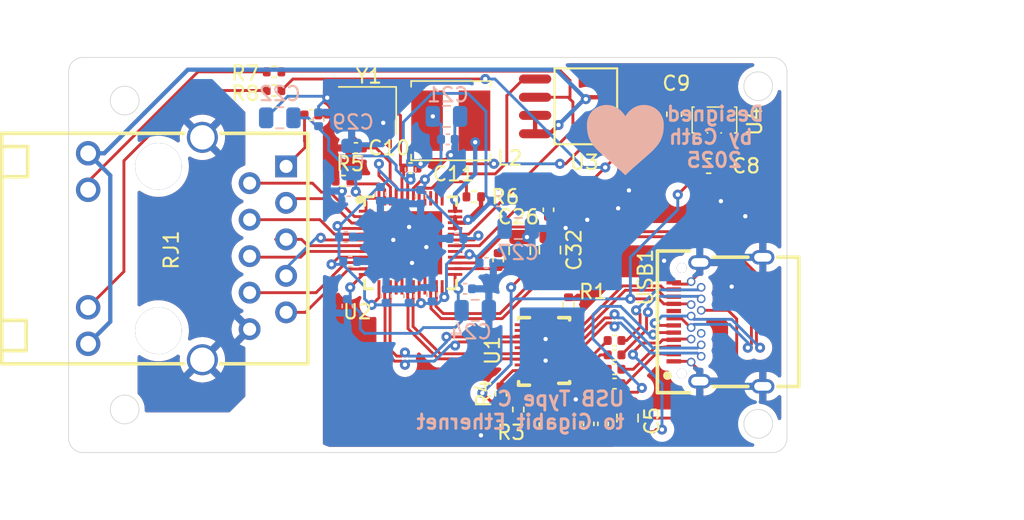
<source format=kicad_pcb>
(kicad_pcb (version 20240108) (generator "pcbnew") (generator_version "8.0")
  (layers (0 "F.Cu" signal) (1 "In1.Cu" power) (2 "In2.Cu" power) (31 "B.Cu" signal) (34 "B.Paste" user) (35 "F.Paste" user) (36 "B.SilkS" user "B.Silkscreen") (37 "F.SilkS" user "F.Silkscreen") (38 "B.Mask" user) (39 "F.Mask" user) (44 "Edge.Cuts" user))
  (net 0 "")
  (net 1 "/USB Circuit /SSTX1-")
  (net 2 "TX1-")
  (net 3 "/USB Circuit /SSTX1+")
  (net 4 "TX1+")
  (net 5 "/USB Circuit /SSTX2-")
  (net 6 "TX2-")
  (net 7 "/USB Circuit /SSTX2+")
  (net 8 "TX2+")
  (net 9 "VDD5")
  (net 10 "GND")
  (net 11 "Net-(U2-CKXTAL2)")
  (net 12 "Net-(U2-CKXTAL1)")
  (net 13 "AVDD10_1")
  (net 14 "AVDD33_1")
  (net 15 "Net-(U2-DVDD10_UPS)")
  (net 16 "RX2+")
  (net 17 "D-")
  (net 18 "CC2")
  (net 19 "RX2-")
  (net 20 "RX1-")
  (net 21 "D+")
  (net 22 "CC1")
  (net 23 "RX1+")
  (net 24 "MDIP3")
  (net 25 "MDIN0")
  (net 26 "MDIP2")
  (net 27 "MDIN1")
  (net 28 "MDIN2")
  (net 29 "MDIP0")
  (net 30 "MDIN3")
  (net 31 "MDIP1")
  (net 32 "REGOUT")
  (net 33 "Net-(U1-REXT)")
  (net 34 "Net-(U1-CurrentSettingin<0>)")
  (net 35 "Net-(U1-CurrentSettingin<1>)")
  (net 36 "Net-(U2-RSET)")
  (net 37 "XTAL DET")
  (net 39 "RX-")
  (net 44 "TX-")
  (net 47 "RX+")
  (net 48 "TX+")
  (net 51 "MISO")
  (net 52 "MOSI")
  (net 54 "+3.3V_2")
  (net 56 "Net-(C37-Pad1)")
  (net 57 "CLK{slash}LED1")
  (net 58 "Net-(R7-Pad2)")
  (net 59 "CS{slash}LED0")
  (net 60 "Net-(R8-Pad1)")
  (net 62 "ETH_Shield")
  (footprint "Resistor_SMD:R_0402_1005Metric" (layer "F.Cu") (at 189.9 115.3 90)
    (property "Reference" "R1")
    (property "Value" "124k")
  )
  (footprint "Resistor_SMD:R_0402_1005Metric" (layer "F.Cu") (at 169.4 100.4)
    (property "Reference" "R8")
    (property "Value" "250R")
  )
  (footprint "Resistor_SMD:R_0402_1005Metric" (layer "F.Cu") (at 186.4 122.6 90)
    (property "Reference" "R3")
    (property "Value" "10K")
  )
  (footprint "Capacitor_SMD:C_0402_1005Metric" (layer "F.Cu") (at 193.1 117.8)
    (property "Reference" "C4" (hide yes))
    (property "Value" "100nF")
  )
  (footprint "Capacitor_SMD:C_0603_1608Metric" (layer "F.Cu") (at 199.65 105.65)
    (property "Reference" "C8")
    (property "Value" "1uF")
  )
  (footprint "da:SOIC-8_L5.3-W5.3-P1.27-LS8.0-BL" (layer "F.Cu") (at 191.1 101.5 90)
    (property "Reference" "U3")
    (property "Value" "W25Q16BVSSIG")
  )
  (footprint "Capacitor_SMD:C_0805_2012Metric" (layer "F.Cu") (at 186.5 111.55 90)
    (property "Reference" "C26")
    (property "Value" "4.7u")
  )
  (footprint "Capacitor_SMD:C_0402_1005Metric" (layer "F.Cu") (at 178.9 105.8)
    (property "Reference" "C11")
    (property "Value" "18pF")
  )
  (footprint "Capacitor_SMD:C_0402_1005Metric" (layer "F.Cu") (at 192.3 123.6 90)
    (property "Reference" "C7" (hide yes))
    (property "Value" "100nF")
  )
  (footprint "Inductor_SMD:L_Cenker_CKCS5040" (layer "F.Cu") (at 181.7 102.5 180)
    (property "Reference" "L2")
    (property "Value" "2.2uH")
  )
  (footprint "Capacitor_SMD:C_0402_1005Metric" (layer "F.Cu") (at 191.3 123.6 90)
    (property "Reference" "C6" (hide yes))
    (property "Value" "100nF")
  )
  (footprint "Resistor_SMD:R_0402_1005Metric" (layer "F.Cu") (at 169.4 99.1 180)
    (property "Reference" "R7")
    (property "Value" "250R")
  )
  (footprint "Capacitor_SMD:C_0402_1005Metric" (layer "F.Cu") (at 188.5 108.7 90)
    (property "Reference" "C33" (hide yes))
    (property "Value" "100nF")
  )
  (footprint "Capacitor_SMD:C_0402_1005Metric" (layer "F.Cu") (at 185 112.2 90)
    (property "Reference" "C28" (hide yes))
    (property "Value" "100nF")
  )
  (footprint "Crystal:Crystal_SMD_3225-4Pin_3.2x2.5mm" (layer "F.Cu") (at 175.9 101.8 180)
    (property "Reference" "Y1")
    (property "Value" "25Mhz")
  )
  (footprint "Capacitor_SMD:C_0402_1005Metric" (layer "F.Cu") (at 193.1 118.8)
    (property "Reference" "C3" (hide yes))
    (property "Value" "100nF")
  )
  (footprint "da:RJ45-TH_HR911130A" (layer "F.Cu") (at 163.35 111.4 90)
    (property "Reference" "RJ1")
    (property "Value" "HR911130A")
  )
  (footprint "da:QFN-48_L6.0-W6.0-P0.40-TL-EP4.4" (layer "F.Cu") (at 178.9 111)
    (property "Reference" "U2")
    (property "Value" "RTL8153-VC-CG")
  )
  (footprint "da:SOT-23-5_L3.0-W1.7-P0.95-LS2.8-BR" (layer "F.Cu") (at 200.05 102.45 -90)
    (property "Reference" "U4")
    (property "Value" "TLV70233DBVR")
  )
  (footprint "Capacitor_SMD:C_0402_1005Metric" (layer "F.Cu") (at 175.1 104.4)
    (property "Reference" "C10")
    (property "Value" "18pF")
  )
  (footprint "da:USB-C-SMD_TYPEC-324-BCP24" (layer "F.Cu") (at 200.32 116.5 90)
    (property "Reference" "USB1")
    (property "Value" "TYPEC-324-BCP24")
  )
  (footprint "Capacitor_SMD:C_0603_1608Metric" (layer "F.Cu") (at 197.25 102.05 -90)
    (property "Reference" "C9")
    (property "Value" "1uF")
  )
  (footprint "Capacitor_SMD:C_0402_1005Metric" (layer "F.Cu") (at 193.1 119.8)
    (property "Reference" "C1" (hide yes))
    (property "Value" "100nF")
  )
  (footprint "Capacitor_SMD:C_0402_1005Metric" (layer "F.Cu") (at 187.5 123.65 90)
    (property "Reference" "C38" (hide yes))
    (property "Value" "100nF")
  )
  (footprint "Capacitor_SMD:C_0402_1005Metric" (layer "F.Cu") (at 172 102.1)
    (property "Reference" "C37" (hide yes))
    (property "Value" "100nF")
  )
  (footprint "Capacitor_SMD:C_0805_2012Metric" (layer "F.Cu") (at 194 123.2 90)
    (property "Reference" "C5")
    (property "Value" "10uF")
  )
  (footprint "Resistor_SMD:R_0402_1005Metric" (layer "F.Cu") (at 185.2 121.5 90)
    (property "Reference" "R4")
    (property "Value" "10K")
  )
  (footprint "da:MQFN-28_L4.5-W3.5-P0.40-BL-EP" (layer "F.Cu") (at 188.2 118.5 90)
    (property "Reference" "U1")
    (property "Value" "VL162")
  )
  (footprint "Resistor_SMD:R_0402_1005Metric" (layer "F.Cu") (at 183.3 107.8 180)
    (property "Reference" "R6")
    (property "Value" "10k")
  )
  (footprint "Capacitor_SMD:C_0402_1005Metric" (layer "F.Cu") (at 193.1 120.8)
    (property "Reference" "C2" (hide yes))
    (property "Value" "100nF")
  )
  (footprint "Resistor_SMD:R_0402_1005Metric" (layer "F.Cu") (at 174.2 106.7)
    (property "Reference" "R5")
    (property "Value" "2.49k")
  )
  (footprint "Capacitor_SMD:C_0805_2012Metric" (layer "F.Cu") (at 188.6 111.5 -90)
    (property "Reference" "C32")
    (property "Value" "4.7u")
  )
  (footprint "Capacitor_SMD:C_0402_1005Metric" (layer "B.Cu") (at 179.6 107.8 -90)
    (property "Reference" "C19" (hide yes))
    (property "Value" "100nF")
  )
  (footprint "Capacitor_SMD:C_0402_1005Metric" (layer "B.Cu") (at 182.7 114.2)
    (property "Reference" "C30" (hide yes))
    (property "Value" "100nF")
  )
  (footprint "Capacitor_SMD:C_0402_1005Metric" (layer "B.Cu") (at 180.4 114.6 90)
    (property "Reference" "C13" (hide yes))
    (property "Value" "100nF")
  )
  (footprint "Capacitor_SMD:C_0402_1005Metric" (layer "B.Cu") (at 181.5 103.8)
    (property "Reference" "C16" (hide yes))
    (property "Value" "100nF")
  )
  (footprint "Capacitor_SMD:C_0402_1005Metric" (layer "B.Cu") (at 174.7 112.3)
    (property "Reference" "C17" (hide yes))
    (property "Value" "100nF")
  )
  (footprint "LOGO" (layer "B.Cu") (at 193.85 103.85 180)
    (property "Reference" "G***" (hide yes))
    (property "Value" "LOGO" (hide yes))
  )
  (footprint "Capacitor_SMD:C_0402_1005Metric" (layer "B.Cu") (at 174.6 107.4 180)
    (property "Reference" "C31" (hide yes))
    (property "Value" "100nF")
  )
  (footprint "Capacitor_SMD:C_0805_2012Metric" (layer "B.Cu") (at 174.8 105.2 90)
    (property "Reference" "C29")
    (property "Value" "4.7u")
  )
  (footprint "Capacitor_SMD:C_0805_2012Metric" (layer "B.Cu") (at 169.8 102.3 180)
    (property "Reference" "C22")
    (property "Value" "4.7u")
  )
  (footprint "Capacitor_SMD:C_0805_2012Metric" (layer "B.Cu") (at 181.4 102.2)
    (property "Reference" "C21")
    (property "Value" "4.7u")
  )
  (footprint "Capacitor_SMD:C_0402_1005Metric" (layer "B.Cu") (at 174.5 115.4 -90)
    (property "Reference" "C23" (hide yes))
    (property "Value" "100nF")
  )
  (footprint "Capacitor_SMD:C_0402_1005Metric" (layer "B.Cu") (at 178.8 114.7 90)
    (property "Reference" "C18" (hide yes))
    (property "Value" "100nF")
  )
  (footprint "Capacitor_SMD:C_0402_1005Metric" (layer "B.Cu") (at 172.5 102.4 90)
    (property "Reference" "C35" (hide yes))
    (property "Value" "100nF")
  )
  (footprint "Capacitor_SMD:C_0402_1005Metric" (layer "B.Cu") (at 182.1 110.7 180)
    (property "Reference" "C14" (hide yes))
    (property "Value" "100nF")
  )
  (footprint "Capacitor_SMD:C_0805_2012Metric" (layer "B.Cu") (at 183.4 115.7)
    (property "Reference" "C24")
    (property "Value" "4.7u")
  )
  (footprint "Capacitor_SMD:C_0402_1005Metric" (layer "B.Cu") (at 174.4 110.6)
    (property "Reference" "C15" (hide yes))
    (property "Value" "100nF")
  )
  (footprint "Capacitor_SMD:C_0805_2012Metric" (layer "B.Cu") (at 186.4 110)
    (property "Reference" "C27")
    (property "Value" "4.7u")
  )
  (footprint "Capacitor_SMD:C_0402_1005Metric" (layer "B.Cu") (at 178.9 105.9 90)
    (property "Reference" "C36" (hide yes))
    (property "Value" "100nF")
  )
  (footprint "Capacitor_SMD:C_0402_1005Metric" (layer "B.Cu") (at 185 108.1)
    (property "Reference" "C34" (hide yes))
    (property "Value" "100nF")
  )
  (footprint "Capacitor_SMD:C_0402_1005Metric" (layer "B.Cu") (at 177.2 114.7 90)
    (property "Reference" "C12" (hide yes))
    (property "Value" "100nF")
  )
  (footprint "Capacitor_SMD:C_0402_1005Metric" (layer "B.Cu") (at 176.8 107.6 -90)
    (property "Reference" "C20" (hide yes))
    (property "Value" "100nF")
  )
  (footprint "Capacitor_SMD:C_0402_1005Metric" (layer "B.Cu") (at 184.18 112.4)
    (property "Reference" "C25" (hide yes))
    (property "Value" "100nF")
  )
  (gr_circle (center 159 101.1) (end 159 102.1) (stroke (width 0.05)) (fill none) (layer "Edge.Cuts"))
  (gr_line (start 205.1 99.1) (end 205.1 124.6) (stroke (width 0.05)) (layer "Edge.Cuts"))
  (gr_arc (start 205.1 124.6) (mid 204.807107 125.307107) (end 204.1 125.6) (stroke (width 0.05)) (layer "Edge.Cuts"))
  (gr_line (start 156.1 98.1) (end 204.1 98.1) (stroke (width 0.05)) (layer "Edge.Cuts"))
  (gr_line (start 155.1 124.6) (end 155.1 99.1) (stroke (width 0.05)) (layer "Edge.Cuts"))
  (gr_arc (start 204.1 98.1) (mid 204.807107 98.392893) (end 205.1 99.1) (stroke (width 0.05)) (layer "Edge.Cuts"))
  (gr_arc (start 156.1 125.6) (mid 155.392893 125.307107) (end 155.1 124.6) (stroke (width 0.05)) (layer "Edge.Cuts"))
  (gr_line (start 204.1 125.6) (end 156.1 125.6) (stroke (width 0.05)) (layer "Edge.Cuts"))
  (gr_arc (start 155.1 99.1) (mid 155.392893 98.392893) (end 156.1 98.1) (stroke (width 0.05)) (layer "Edge.Cuts"))
  (gr_circle (center 159 122.6) (end 160 122.6) (stroke (width 0.05)) (fill none) (layer "Edge.Cuts"))
  (gr_circle (center 203.1 100.1) (end 204.1 100.1) (stroke (width 0.05)) (fill none) (layer "Edge.Cuts"))
  (gr_circle (center 203.1 123.6) (end 204.1 123.6) (stroke (width 0.05)) (fill none) (layer "Edge.Cuts"))
  (gr_text "USB Type C \nto Gigabit Ethernet" (at 193.9 124.05 0) (layer "B.SilkS") (effects (font (size 1 1) (thickness 0.2) (bold yes)) (justify left bottom mirror)))
  (gr_text "Designed \n by Cath\n  2025\n\n\n" (at 203.6 109.05 0) (layer "B.SilkS") (effects (font (size 1 1) (thickness 0.2) (bold yes)) (justify left bottom mirror)))
  (segment (start 196.529999 118.275) (end 196.554999 118.25) (width 0.2) (layer "F.Cu") (net 1))
  (segment (start 195.925 118.275) (end 196.529999 118.275) (width 0.2) (layer "F.Cu") (net 1))
  (segment (start 196.554999 118.25) (end 197.08 118.25) (width 0.2) (layer "F.Cu") (net 1))
  (segment (start 193.48 119.8) (end 194.4 119.8) (width 0.2) (layer "F.Cu") (net 1))
  (segment (start 194.4 119.8) (end 195.925 118.275) (width 0.2) (layer "F.Cu") (net 1))
  (segment (start 191.742169 119.5238) (end 190.448801 119.5238) (width 0.2) (layer "F.Cu") (net 2))
  (segment (start 190.448801 119.5238) (end 190.425001 119.5) (width 0.2) (layer "F.Cu") (net 2))
  (segment (start 190.425001 119.5) (end 189.9 119.5) (width 0.2) (layer "F.Cu") (net 2))
  (segment (start 192.018369 119.8) (end 191.742169 119.5238) (width 0.2) (layer "F.Cu") (net 2))
  (segment (start 192.52 119.8) (end 192.018369 119.8) (width 0.2) (layer "F.Cu") (net 2))
  (segment (start 196.554999 118.75) (end 197.08 118.75) (width 0.2) (layer "F.Cu") (net 3))
  (segment (start 193.48 120.8) (end 193.9 120.8) (width 0.2) (layer "F.Cu") (net 3))
  (segment (start 193.9 120.8) (end 195.975 118.725) (width 0.2) (layer "F.Cu") (net 3))
  (segment (start 196.529999 118.725) (end 196.554999 118.75) (width 0.2) (layer "F.Cu") (net 3))
  (segment (start 195.975 118.725) (end 196.529999 118.725) (width 0.2) (layer "F.Cu") (net 3))
  (segment (start 190.425001 119.9) (end 189.9 119.9) (width 0.2) (layer "F.Cu") (net 4))
  (segment (start 192.52 120.8) (end 191.5962 119.8762) (width 0.2) (layer "F.Cu") (net 4))
  (segment (start 190.448801 119.8762) (end 190.425001 119.9) (width 0.2) (layer "F.Cu") (net 4))
  (segment (start 191.5962 119.8762) (end 190.448801 119.8762) (width 0.2) (layer "F.Cu") (net 4))
  (segment (start 195.325001 115.929819) (end 195.325001 117.054999) (width 0.2) (layer "F.Cu") (net 5))
  (segment (start 195.325001 117.054999) (end 193.58 118.8) (width 0.2) (layer "F.Cu") (net 5))
  (segment (start 195.424999 115.829821) (end 195.325001 115.929819) (width 0.2) (layer "F.Cu") (net 5))
  (via (at 195.424999 115.829821) (size 0.7) (drill 0.3) (layers "F.Cu" "B.Cu") (net 5))
  (segment (start 198.915001 114.725001) (end 199.09 114.9) (width 0.2) (layer "B.Cu") (net 5))
  (segment (start 195.424999 115.829821) (end 195.424999 115.375001) (width 0.2) (layer "B.Cu") (net 5))
  (segment (start 195.424999 115.375001) (end 196.074999 114.725001) (width 0.2) (layer "B.Cu") (net 5))
  (segment (start 196.074999 114.725001) (end 198.915001 114.725001) (width 0.2) (layer "B.Cu") (net 5))
  (segment (start 192.62 118.8) (end 192.118369 118.8) (width 0.2) (layer "F.Cu") (net 6))
  (segment (start 190.425001 119.1) (end 189.9 119.1) (width 0.2) (layer "F.Cu") (net 6))
  (segment (start 192.118369 118.8) (end 191.842169 119.0762) (width 0.2) (layer "F.Cu") (net 6))
  (segment (start 191.842169 119.0762) (end 190.448801 119.0762) (width 0.2) (layer "F.Cu") (net 6))
  (segment (start 190.448801 119.0762) (end 190.425001 119.1) (width 0.2) (layer "F.Cu") (net 6))
  (segment (start 193.943603 117.8) (end 193.58 117.8) (width 0.2) (layer "F.Cu") (net 7))
  (segment (start 194.874999 116.868604) (end 193.943603 117.8) (width 0.2) (layer "F.Cu") (net 7))
  (segment (start 194.6 115.7) (end 194.874999 115.974999) (width 0.2) (layer "F.Cu") (net 7))
  (segment (start 194.874999 115.974999) (end 194.874999 116.868604) (width 0.2) (layer "F.Cu") (net 7))
  (via (at 194.6 115.7) (size 0.7) (drill 0.3) (layers "F.Cu" "B.Cu") (net 7))
  (segment (start 194.6 115.7) (end 196.025001 114.274999) (width 0.2) (layer "B.Cu") (net 7))
  (segment (start 198.915001 114.274999) (end 199.09 114.1) (width 0.2) (layer "B.Cu") (net 7))
  (segment (start 196.025001 114.274999) (end 198.915001 114.274999) (width 0.2) (layer "B.Cu") (net 7))
  (segment (start 190.425001 118.7) (end 189.9 118.7) (width 0.2) (layer "F.Cu") (net 8))
  (segment (start 191.6962 118.7238) (end 190.448801 118.7238) (width 0.2) (layer "F.Cu") (net 8))
  (segment (start 192.62 117.8) (end 191.6962 118.7238) (width 0.2) (layer "F.Cu") (net 8))
  (segment (start 190.448801 118.7238) (end 190.425001 118.7) (width 0.2) (layer "F.Cu") (net 8))
  (segment (start 184.9 112.68) (end 184.78 112.8) (width 0.2) (layer "F.Cu") (net 9))
  (segment (start 188 121.325) (end 188.4 121.725) (width 0.2) (layer "F.Cu") (net 9))
  (segment (start 187.6 120.7) (end 187.6 121.99) (width 0.2) (layer "F.Cu") (net 9))
  (segment (start 196.53 115.25) (end 196.18 114.9) (width 0.2) (layer "F.Cu") (net 9))
  (segment (start 195.85 124.15) (end 194 124.15) (width 0.2) (layer "F.Cu") (net 9))
  (segment (start 196.18 114.9) (end 194.2 114.9) (width 0.2) (layer "F.Cu") (net 9))
  (segment (start 187.6 121.99) (end 187.5 122.09) (width 0.2) (layer "F.Cu") (net 9))
  (segment (start 186.5 112.5) (end 186.5 113.5) (width 0.2) (layer "F.Cu") (net 9))
  (segment (start 197.08 117.75) (end 196.45 117.75) (width 0.2) (layer "F.Cu") (net 9))
  (segment (start 184.46 122.01) (end 183.9 121.45) (width 0.2) (layer "F.Cu") (net 9))
  (segment (start 196 124) (end 195.85 124.15) (width 0.2) (layer "F.Cu") (net 9))
  (segment (start 198.875 106.275) (end 198.875 105.65) (width 0.2) (layer "F.Cu") (net 9))
  (segment (start 184.9 112.68) (end 186.32 112.68) (width 0.2) (layer "F.Cu") (net 9))
  (segment (start 196.225 117.975) (end 195.025 117.975) (width 0.2) (layer "F.Cu") (net 9))
  (segment (start 199.1 103.75) (end 199.1 105.425) (width 0.3) (layer "F.Cu") (net 9))
  (segment (start 186.5 113.5) (end 185.9 114.1) (width 0.2) (layer "F.Cu") (net 9))
  (segment (start 188 120.7) (end 188 121.325) (width 0.2) (layer "F.Cu") (net 9))
  (segment (start 196.4 124) (end 196 124) (width 0.2) (layer "F.Cu") (net 9))
  (segment (start 187.5 122.09) (end 187.5 123.17) (width 0.2) (layer "F.Cu") (net 9))
  (segment (start 194.378909 118.678909) (end 194.378909 118.778909) (width 0.2) (layer "F.Cu") (net 9))
  (segment (start 188.4 122.4) (end 189.1 123.1) (width 0.2) (layer "F.Cu") (net 9))
  (segment (start 197.08 115.25) (end 196.53 115.25) (width 0.2) (layer "F.Cu") (net 9))
  (segment (start 193.93 124.08) (end 194 124.15) (width 0.2) (layer "F.Cu") (net 9))
  (segment (start 186.4 123.11) (end 187.44 123.11) (width 0.2) (layer "F.Cu") (net 9))
  (segment (start 200.4 104.65) (end 201 104.05) (width 0.2) (layer "F.Cu") (net 9))
  (segment (start 189.1 123.1) (end 190.08 124.08) (width 0.2) (layer "F.Cu") (net 9))
  (segment (start 195.025 117.975) (end 194.35 118.65) (width 0.2) (layer "F.Cu") (net 9))
  (segment (start 190.08 124.08) (end 193.93 124.08) (width 0.2) (layer "F.Cu") (net 9))
  (segment (start 184.78 112.8) (end 182 112.8) (width 0.2) (layer "F.Cu") (net 9))
  (segment (start 199.1 105.425) (end 198.875 105.65) (width 0.3) (layer "F.Cu") (net 9))
  (segment (start 198.875 105.65) (end 199.875 104.65) (width 0.2) (layer "F.Cu") (net 9))
  (segment (start 198.39 117.7) (end 197.13 117.7) (width 0.2) (layer "F.Cu") (net 9))
  (segment (start 194.35 118.65) (end 194.378909 118.678909) (width 0.2) (layer "F.Cu") (net 9))
  (segment (start 201 104.05) (end 201 103.75) (width 0.2) (layer "F.Cu") (net 9))
  (segment (start 199.875 104.65) (end 200.4 104.65) (width 0.2) (layer "F.Cu") (net 9))
  (segment (start 198.34 115.25) (end 198.39 115.3) (width 0.2) (layer "F.Cu") (net 9))
  (segment (start 188.4 121.725) (end 188.4 122.4) (width 0.2) (layer "F.Cu") (net 9))
  (segment (start 185.3 122.01) (end 186.4 123.11) (width 0.2) (layer "F.Cu") (net 9))
  (segment (start 185.2 122.01) (end 185.3 122.01) (width 0.2) (layer "F.Cu") (net 9))
  (segment (start 187.44 123.11) (end 187.5 123.17) (width 0.2) (layer "F.Cu") (net 9))
  (segment (start 187.5 123.17) (end 189.03 123.17) (width 0.2) (layer "F.Cu") (net 9))
  (segment (start 197.13 117.7) (end 197.08 117.75) (width 0.2) (layer "F.Cu") (net 9))
  (segment (start 189.03 123.17) (end 189.1 123.1) (width 0.2) (layer "F.Cu") (net 9))
  (segment (start 186.32 112.68) (end 186.5 112.5) (width 0.2) (layer "F.Cu") (net 9))
  (segment (start 196.45 117.75) (end 196.225 117.975) (width 0.2) (layer "F.Cu") (net 9))
  (segment (start 197.5 107.65) (end 198.875 106.275) (width 0.2) (layer "F.Cu") (net 9))
  (segment (start 185.2 122.01) (end 184.46 122.01) (width 0.2) (layer "F.Cu") (net 9))
  (segment (start 197.08 115.25) (end 198.34 115.25) (width 0.2) (layer "F.Cu") (net 9))
  (segment (start 198.65 105.875) (end 198.875 105.65) (width 0.2) (layer "F.Cu") (net 9))
  (via (at 196.4 124) (size 0.7) (drill 0.3) (layers "F.Cu" "B.Cu") (net 9))
  (via (at 194.2 114.9) (size 0.7) (drill 0.3) (layers "F.Cu" "B.Cu") (net 9))
  (via (at 197.5 107.65) (size 0.7) (drill 0.3) (layers "F.Cu" "B.Cu") (net 9))
  (via (at 194.378909 118.778909) (size 0.7) (drill 0.3) (layers "F.Cu" "B.Cu") (net 9))
  (via (at 183.9 121.45) (size 0.7) (drill 0.3) (layers "F.Cu" "B.Cu") (net 9))
  (via (at 185.9 114.1) (size 0.7) (drill 0.3) (layers "F.Cu" "B.Cu") (net 9))
  (segment (start 196.4 120.8) (end 196.4 124) (width 0.2) (layer "B.Cu") (net 9))
  (segment (start 197.5 108.7) (end 194.2 112) (width 0.2) (layer "B.Cu") (net 9))
  (segment (start 197.5 107.65) (end 197.5 108.7) (width 0.2) (layer "B.Cu") (net 9))
  (segment (start 186.1 114.9) (end 185.9 115.1) (width 0.2) (layer "B.Cu") (net 9))
  (segment (start 194.378909 118.778909) (end 196.4 120.8) (width 0.2) (layer "B.Cu") (net 9))
  (segment (start 194.2 114.9) (end 186.1 114.9) (width 0.2) (layer "B.Cu") (net 9))
  (segment (start 185.9 115.1) (end 185.9 119.1) (width 0.2) (layer "B.Cu") (net 9))
  (segment (start 183.9 121.45) (end 185.9 119.45) (width 0.2) (layer "B.Cu") (net 9))
  (segment (start 194.2 112) (end 194.2 114.9) (width 0.2) (layer "B.Cu") (net 9))
  (segment (start 185.9 114.1) (end 185.9 115.1) (width 0.2) (layer "B.Cu") (net 9))
  (segment (start 185.9 119.45) (end 185.9 119.1) (width 0.2) (layer "B.Cu") (net 9))
  (segment (start 177.9 114.1) (end 177.9 112) (width 0.2) (layer "F.Cu") (net 10))
  (segment (start 189.525 110.137303) (end 189.525 110.993324) (width 0.2) (layer "F.Cu") (net 10))
  (segment (start 198.99 113.1) (end 198.99 112.37) (width 0.2) (layer "F.Cu") (net 10))
  (segment (start 174.8 100.95) (end 176.5 102.65) (width 0.2) (layer "F.Cu") (net 10))
  (segment (start 179.9 114.1) (end 179.9 112) (width 0.2) (layer "F.Cu") (net 10))
  (segment (start 178.3 114.1) (end 178.3 111.6) (width 0.2) (layer "F.Cu") (net 10))
  (segment (start 198.39 119.3) (end 198.99 119.9) (width 0.2) (layer "F.Cu") (net 10))
  (segment (start 197.205 113.875) (end 198.215 113.875) (width 0.2) (layer "F.Cu") (net 10))
  (segment (start 177.9 112) (end 178.9 111) (width 0.2) (layer "F.Cu") (net 10))
  (segment (start 198.215 113.875) (end 198.39 113.7) (width 0.2) (layer "F.Cu") (net 10))
  (segment (start 176.5 102.65) (end 177 102.65) (width 0.2) (layer "F.Cu") (net 10))
  (segment (start 179.9 112) (end 178.9 111) (width 0.2) (layer "F.Cu") (net 10))
  (segment (start 198.39 113.7) (end 198.99 113.1) (width 0.2) (layer "F.Cu") (net 10))
  (segment (start 198.99 119.9) (end 198.99 120.63) (width 0.2) (layer "F.Cu") (net 10))
  (segment (start 189.525 110.993324) (end 188.798324 111.72) (width 0.2) (layer "F.Cu") (net 10))
  (segment (start 197.08 113.75) (end 197.205 113.875) (width 0.2) (layer "F.Cu") (net 10))
  (segment (start 188 118.3) (end 188.2 118.5) (width 0.2) (layer "F.Cu") (net 10))
  (segment (start 198.34 119.25) (end 198.39 119.3) (width 0.2) (layer "F.Cu") (net 10))
  (segment (start 189.694483 109.96782) (end 189.525 110.137303) (width 0.2) (layer "F.Cu") (net 10))
  (segment (start 188.798324 111.72) (end 185 111.72) (width 0.2) (layer "F.Cu") (net 10))
  (segment (start 172.48 102.1) (end 173.25 102.1) (width 0.2) (layer "F.Cu") (net 10))
  (segment (start 197.08 119.25) (end 198.34 119.25) (width 0.2) (layer "F.Cu") (net 10))
  (segment (start 178.3 111.6) (end 178.9 111) (width 0.2) (layer "F.Cu") (net 10))
  (segment (start 186.5 118.3) (end 188 118.3) (width 0.2) (layer "F.Cu") (net 10))
  (via (at 174.12 107.4) (size 0.7) (drill 0.3) (layers "F.Cu" "B.Cu") (net 10))
  (via (at 177 102.65) (size 0.7) (drill 0.3) (layers "F.Cu" "B.Cu") (net 10))
  (via (at 191.2 109.4) (size 0.7) (drill 0.3) (layers "F.Cu" "B.Cu") (net 10))
  (via (at 180 111.3) (size 0.7) (drill 0.3) (layers "F.Cu" "B.Cu") (net 10))
  (via (at 181.7 104.9) (size 0.7) (drill 0.3) (layers "F.Cu" "B.Cu") (net 10))
  (via (at 189.694483 109.96782) (size 0.7) (drill 0.3) (layers "F.Cu" "B.Cu") (net 10))
  (via (at 202.2 109.15) (size 0.7) (drill 0.3) (layers "F.Cu" "B.Cu") (net 10))
  (via (at 178.8 109.9) (size 0.7) (drill 0.3) (layers "F.Cu" "B.Cu") (net 10))
  (via (at 188.3 119.2) (size 0.7) (drill 0.3) (layers "F.Cu" "B.Cu") (net 10))
  (via (at 173.1 100.9) (size 0.7) (drill 0.3) (layers "F.Cu" "B.Cu") (net 10))
  (via (at 193.35 108.6) (size 0.7) (drill 0.3) (layers "F.Cu" "B.Cu") (net 10))
  (via (at 179 112.4) (size 0.7) (drill 0.3) (layers "F.Cu" "B.Cu") (net 10))
  (via (at 196.55 112.25) (size 0.7) (drill 0.3) (layers "F.Cu" "B.Cu") (net 10))
  (via (at 187 110.6) (size 0.7) (drill 0.3) (layers "F.Cu" "B.Cu") (net 10))
  (via (at 177.7 110.8) (size 0.7) (drill 0.3) (layers "F.Cu" "B.Cu") (net 10))
  (via (at 194.1 107.35) (size 0.7) (drill 0.3) (layers "F.Cu" "B.Cu") (net 10))
  (via (at 179.6 105.5) (size 0.7) (drill 0.3) (layers "F.Cu" "B.Cu") (net 10))
  (via (at 201.25 114.05) (size 0.7) (drill 0.3) (layers "F.Cu" "B.Cu") (net 10))
  (via (at 183.8 124.4) (size 0.7) (drill 0.3) (layers "F.Cu" "B.Cu") (net 10))
  (via (at 190.4 121.9) (size 0.7) (drill 0.3) (layers "F.Cu" "B.Cu") (net 10))
  (via (at 188.3 117.7) (size 0.7) (drill 0.3) (layers "F.Cu" "B.Cu") (net 10))
  (via (at 200.5 108.1) (size 0.7) (drill 0.3) (layers "F.Cu" "B.Cu") (net 10))
  (segment (start 170.35 100.8) (end 173.2 100.8) (width 0.2) (layer "B.Cu") (net 10))
  (segment (start 181.98 102.57) (end 182.35 102.2) (width 0.2) (layer "B.Cu") (net 10))
  (segment (start 181.98 103.8) (end 181.98 102.57) (width 0.2) (layer "B.Cu") (net 10))
  (segment (start 173.1 100.9) (end 173.2 100.8) (width 0.2) (layer "B.Cu") (net 10))
  (segment (start 172.5 101.95) (end 172.5 101.92) (width 0.2) (layer "B.Cu") (net 10))
  (segment (start 172.5 101.92) (end 172.5 101.5) (width 0.2) (layer "B.Cu") (net 10))
  (segment (start 168.85 102.3) (end 170.35 100.8) (width 0.2) (layer "B.Cu") (net 10))
  (segment (start 172.5 101.5) (end 173.1 100.9) (width 0.2) (layer "B.Cu") (net 10))
  (segment (start 177.9 107.9) (end 177.9 107.1) (width 0.2) (layer "F.Cu") (net 11))
  (segment (start 174.8 103.5) (end 174.8 102.65) (width 0.2) (layer "F.Cu") (net 11))
  (segment (start 175.58 104.4) (end 175.58 104.28) (width 0.2) (layer "F.Cu") (net 11))
  (segment (start 176.5 104.4) (end 175.58 104.4) (width 0.2) (layer "F.Cu") (net 11))
  (segment (start 177.9 107.1) (end 177.48 106.68) (width 0.2) (layer "F.Cu") (net 11))
  (segment (start 177.48 105.38) (end 176.5 104.4) (width 0.2) (layer "F.Cu") (net 11))
  (segment (start 175.58 104.28) (end 174.8 103.5) (width 0.2) (layer "F.Cu") (net 11))
  (segment (start 177.48 106.68) (end 177.48 105.38) (width 0.2) (layer "F.Cu") (net 11))
  (segment (start 178.42 106.3) (end 178.42 105.8) (width 0.2) (layer "F.Cu") (net 12))
  (segment (start 178.2 102.15) (end 177 100.95) (width 0.2) (layer "F.Cu") (net 12))
  (segment (start 178.42 105.8) (end 178.2 105.58) (width 0.2) (layer "F.Cu") (net 12))
  (segment (start 178.3 107.9) (end 178.3 106.42) (width 0.2) (layer "F.Cu") (net 12))
  (segment (start 178.2 105.58) (end 178.2 102.15) (width 0.2) (layer "F.Cu") (net 12))
  (segment (start 178.3 106.42) (end 178.42 106.3) (width 0.2) (layer "F.Cu") (net 12))
  (segment (start 176.7 105.5) (end 176.7 106.324264) (width 0.2) (layer "F.Cu") (net 13))
  (segment (start 179.6262 115.2) (end 179.5 115.0738) (width 0.2) (layer "F.Cu") (net 13))
  (segment (start 176.7 114.82) (end 176.7 114.1) (width 0.2) (layer "F.Cu") (net 13))
  (segment (start 181.1 114.1) (end 181.1 114.625776) (width 0.2) (layer "F.Cu") (net 13))
  (segment (start 175.8 110) (end 173.977818 110) (width 0.2) (layer "F.Cu") (net 13))
  (segment (start 183.621091 110.501091) (end 183.322182 110.8) (width 0.2) (layer "F.Cu") (net 13))
  (segment (start 179.1 107.9) (end 179.1 107.2) (width 0.2) (layer "F.Cu") (net 13))
  (segment (start 176.2 115.32) (end 176.7 114.82) (width 0.2) (layer "F.Cu") (net 13))
  (segment (start 173.9 112) (end 173.4 112.5) (width 0.2) (layer "F.Cu") (net 13))
  (segment (start 179.1 107.2) (end 179.7 106.6) (width 0.2) (layer "F.Cu") (net 13))
  (segment (start 175.8 112) (end 173.9 112) (width 0.2) (layer "F.Cu") (net 13))
  (segment (start 173.977818 110) (end 173.813909 109.836091) (width 0.2) (layer "F.Cu") (net 13))
  (segment (start 181.1 114.625776) (end 181.25 114.775776) (width 0.2) (layer "F.Cu") (net 13))
  (segment (start 179.5 115.0738) (end 179.5 114.1) (width 0.2) (layer "F.Cu") (net 13))
  (segment (start 177.5 107.124264) (end 177.5 107.9) (width 0.2) (layer "F.Cu") (net 13))
  (segment (start 179.7 106.6) (end 179.9 106.6) (width 0.2) (layer "F.Cu") (net 13))
  (segment (start 176.7 106.324264) (end 177.5 107.124264) (width 0.2) (layer "F.Cu") (net 13))
  (segment (start 183.322182 110.8) (end 182 110.8) (width 0.2) (layer "F.Cu") (net 13))
  (via (at 180.45 102.2) (size 0.7) (drill 0.3) (layers "F.Cu" "B.Cu") (net 13))
  (via (at 173.813909 109.836091) (size 0.7) (drill 0.3) (layers "F.Cu" "B.Cu") (net 13))
  (via (at 179.6262 115.2) (size 0.7) (drill 0.3) (layers "F.Cu" "B.Cu") (net 13))
  (via (at 179.9 106.6) (size 0.7) (drill 0.3) (layers "F.Cu" "B.Cu") (net 13))
  (via (at 173.4 112.5) (size 0.7) (drill 0.3) (layers "F.Cu" "B.Cu") (net 13))
  (via (at 183.621091 110.501091) (size 0.7) (drill 0.3) (layers "F.Cu" "B.Cu") (net 13))
  (via (at 176.7 105.5) (size 0.7) (drill 0.3) (layers "F.Cu" "B.Cu") (net 13))
  (via (at 176.2 115.32) (size 0.7) (drill 0.3) (layers "F.Cu" "B.Cu") (net 13))
  (via (at 181.25 114.775776) (size 0.7) (drill 0.3) (layers "F.Cu" "B.Cu") (net 13))
  (segment (start 182.58 110.7) (end 183.322182 110.7) (width 0.2) (layer "B.Cu") (net 13))
  (segment (start 181.25 114.775776) (end 181.4 114.625776) (width 0.2) (layer "B.Cu") (net 13))
  (segment (start 176.2 115.32) (end 176.12 115.32) (width 0.2) (layer "B.Cu") (net 13))
  (segment (start 176.83 107.13) (end 177.36 106.6) (width 0.2) (layer "B.Cu") (net 13))
  (segment (start 181.02 103.8) (end 181.02 102.77) (width 0.2) (layer "B.Cu") (net 13))
  (segment (start 175.7 114.9) (end 175.7 114.025286) (width 0.2) (layer "B.Cu") (net 13))
  (segment (start 183.322182 110.7) (end 183.571091 110.451091) (width 0.2) (layer "B.Cu") (net 13))
  (segment (start 177.36 106.6) (end 178.08 107.32) (width 0.2) (layer "B.Cu") (net 13))
  (segment (start 174.22 112.3) (end 173.92 112) (width 0.2) (layer "B.Cu") (net 13))
  (segment (start 182.381091 110.081091) (end 182.381091 110.501091) (width 0.2) (layer "B.Cu") (net 13))
  (segment (start 173.92 109.942182) (end 173.813909 109.836091) (width 0.2) (layer "B.Cu") (net 13))
  (segment (start 179.62 107.32) (end 182.381091 110.081091) (width 0.2) (layer "B.Cu") (net 13))
  (segment (start 176.2 115.32) (end 179.4 115.32) (width 0.2) (layer "B.Cu") (net 13))
  (segment (start 176.7 105.5) (end 176.7 105.94) (width 0.2) (layer "B.Cu") (net 13))
  (segment (start 173.92 112) (end 173.92 109.942182) (width 0.2) (layer "B.Cu") (net 13))
  (segment (start 179.4 115.32) (end 179.5 115.22) (width 0.2) (layer "B.Cu") (net 13))
  (segment (start 179.9 107.02) (end 179.9 106.6) (width 0.2) (layer "B.Cu") (net 13))
  (segment (start 178.08 107.32) (end 179.6 107.32) (width 0.2) (layer "B.Cu") (net 13))
  (segment (start 181.4 112.5) (end 182.58 111.32) (width 0.2) (layer "B.Cu") (net 13))
  (segment (start 181.4 114.625776) (end 181.4 112.5) (width 0.2) (layer "B.Cu") (net 13))
  (segment (start 175.7 114.025286) (end 174.22 112.545286) (width 0.2) (layer "B.Cu") (net 13))
  (segment (start 179.8 106.68) (end 181.02 105.46) (width 0.2) (layer "B.Cu") (net 13))
  (segment (start 179.6 107.32) (end 179.62 107.32) (width 0.2) (layer "B.Cu") (net 13))
  (segment (start 182.58 111.32) (end 182.58 110.7) (width 0.2) (layer "B.Cu") (net 13))
  (segment (start 174.02 112.5) (end 174.22 112.3) (width 0.2) (layer "B.Cu") (net 13))
  (segment (start 181.02 102.77) (end 180.45 102.2) (width 0.2) (layer "B.Cu") (net 13))
  (segment (start 176.65 107.13) (end 176.83 107.13) (width 0.2) (layer "B.Cu") (net 13))
  (segment (start 176.12 115.32) (end 175.7 114.9) (width 0.2) (layer "B.Cu") (net 13))
  (segment (start 176.7 105.94) (end 177.36 106.6) (width 0.2) (layer "B.Cu") (net 13))
  (segment (start 173.4 112.5) (end 174.02 112.5) (width 0.2) (layer "B.Cu") (net 13))
  (segment (start 180.805776 115.22) (end 181.25 114.775776) (width 0.2) (layer "B.Cu") (net 13))
  (segment (start 174.22 112.545286) (end 174.22 112.3) (width 0.2) (layer "B.Cu") (net 13))
  (segment (start 179.6 107.32) (end 179.9 107.02) (width 0.2) (layer "B.Cu") (net 13))
  (segment (start 179.5 115.22) (end 180.805776 115.22) (width 0.2) (layer "B.Cu") (net 13))
  (segment (start 173.8 109.98) (end 176.65 107.13) (width 0.2) (layer "B.Cu") (net 13))
  (segment (start 181.02 105.46) (end 181.02 103.8) (width 0.2) (layer "B.Cu") (net 13))
  (segment (start 182 113.2) (end 182 113.98) (width 0.2) (layer "F.Cu") (net 14))
  (segment (start 182 109.6) (end 182.7 109.6) (width 0.3) (layer "F.Cu") (net 14))
  (segment (start 183.81 107.8) (end 183.81 108.49) (width 0.3) (layer "F.Cu") (net 14))
  (segment (start 178.9 106.6) (end 178.7 106.8) (width 0.2) (layer "F.Cu") (net 14))
  (segment (start 183 111.8) (end 182.8 112) (width 0.2) (layer "F.Cu") (net 14))
  (segment (start 175.088119 107.45) (end 175.8 108.161881) (width 0.2) (layer "F.Cu") (net 14))
  (segment (start 178.7 106.8) (end 178.7 107.9) (width 0.2) (layer "F.Cu") (net 14))
  (segment (start 175.6 113.2) (end 174.7 114.1) (width 0.2) (layer "F.Cu") (net 14))
  (segment (start 175.088119 107.45) (end 175.538119 107.9) (width 0.2) (layer "F.Cu") (net 14))
  (segment (start 182 110) (end 182 109.2) (width 0.3) (layer "F.Cu") (net 14))
  (segment (start 182.8 112) (end 182 112) (width 0.2) (layer "F.Cu") (net 14))
  (segment (start 175.538119 107.9) (end 176.7 107.9) (width 0.2) (layer "F.Cu") (net 14))
  (segment (start 182.7 109.6) (end 182.9 109.4) (width 0.3) (layer "F.Cu") (net 14))
  (segment (start 182 113.98) (end 182.22 114.2) (width 0.2) (layer "F.Cu") (net 14))
  (segment (start 175.8 113.2) (end 175.6 113.2) (width 0.2) (layer "F.Cu") (net 14))
  (segment (start 175.8 108.161881) (end 175.8 108.8) (width 0.2) (layer "F.Cu") (net 14))
  (segment (start 183.81 108.49) (end 182.9 109.4) (width 0.3) (layer "F.Cu") (net 14))
  (via (at 183 111.8) (size 0.7) (drill 0.3) (layers "F.Cu" "B.Cu") (net 14))
  (via (at 182.9 109.4) (size 0.7) (drill 0.3) (layers "F.Cu" "B.Cu") (net 14))
  (via (at 182.22 114.2) (size 0.7) (drill 0.3) (layers "F.Cu" "B.Cu") (net 14))
  (via (at 174.7 114.1) (size 0.7) (drill 0.3) (layers "F.Cu" "B.Cu") (net 14))
  (via (at 175.088119 107.45) (size 0.7) (drill 0.3) (layers "F.Cu" "B.Cu") (net 14))
  (via (at 178.9 106.6) (size 0.7) (drill 0.3) (layers "F.Cu" "B.Cu") (net 14))
  (segment (start 172.3 102.82) (end 173.2 103.72) (width 0.2) (layer "B.Cu") (net 14))
  (segment (start 174.7 114.72) (end 174.5 114.92) (width 0.2) (layer "B.Cu") (net 14))
  (segment (start 178.4 102.6) (end 180.4 100.6) (width 0.2) (layer "B.Cu") (net 14))
  (segment (start 174.5 114.92) (end 174.5 114.974714) (width 0.2) (layer "B.Cu") (net 14))
  (segment (start 182.22 113.88) (end 183.5 112.6) (width 0.2) (layer "B.Cu") (net 14))
  (segment (start 184.52 108.1) (end 183.22 109.4) (width 0.3) (layer "B.Cu") (net 14))
  (segment (start 182.22 115.47) (end 182.45 115.7) (width 0.2) (layer "B.Cu") (net 14))
  (segment (start 178.9 106.6) (end 178.82 106.68) (width 0.2) (layer "B.Cu") (net 14))
  (segment (start 175.4 115.874714) (end 175.4 117) (width 0.2) (layer "B.Cu") (net 14))
  (segment (start 184.15 101.85) (end 184.15 107.73) (width 0.2) (layer "B.Cu") (net 14))
  (segment (start 175.7 117.3) (end 179.4 117.3) (width 0.2) (layer "B.Cu") (net 14))
  (segment (start 183.5 112.02) (end 183.28 111.8) (width 0.2) (layer "B.Cu") (net 14))
  (segment (start 184.15 107.73) (end 184.52 108.1) (width 0.2) (layer "B.Cu") (net 14))
  (segment (start 175.4 117) (end 175.7 117.3) (width 0.2) (layer "B.Cu") (net 14))
  (segment (start 182.22 114.2) (end 182.22 113.88) (width 0.2) (layer "B.Cu") (net 14))
  (segment (start 183.5 112.02) (end 183.61 111.91) (width 0.2) (layer "B.Cu") (net 14))
  (segment (start 185.45 109.03) (end 184.52 108.1) (width 0.3) (layer "B.Cu") (net 14))
  (segment (start 173.2 104.55) (end 173.825 105.175) (width 0.2) (layer "B.Cu") (net 14))
  (segment (start 183.28 111.8) (end 183 111.8) (width 0.2) (layer "B.Cu") (net 14))
  (segment (start 175.088119 107.45) (end 175.088119 106.438119) (width 0.2) (layer "B.Cu") (net 14))
  (segment (start 171.78 102.3) (end 172.3 102.82) (width 0.2) (layer "B.Cu") (net 14))
  (segment (start 183.5 112.6) (end 183.5 112.02) (width 0.2) (layer "B.Cu") (net 14))
  (segment (start 179.4 117.3) (end 179.8 116.9) (width 0.2) (layer "B.Cu") (net 14))
  (segment (start 185.45 110) (end 185.45 109.03) (width 0.3) (layer "B.Cu") (net 14))
  (segment (start 182.45 116.45) (end 182.45 115.7) (width 0.2) (layer "B.Cu") (net 14))
  (segment (start 183.22 109.4) (end 182.9 109.4) (width 0.3) (layer "B.Cu") (net 14))
  (segment (start 174.5 114.974714) (end 175.4 115.874714) (width 0.2) (layer "B.Cu") (net 14))
  (segment (start 177.25 104.95) (end 178.4 103.8) (width 0.2) (layer "B.Cu") (net 14))
  (segment (start 177.9 105.6) (end 177.25 104.95) (width 0.2) (layer "B.Cu") (net 14))
  (segment (start 170.75 102.3) (end 171.78 102.3) (width 0.2) (layer "B.Cu") (net 14))
  (segment (start 177.9 105.922182) (end 177.9 105.6) (width 0.2) (layer "B.Cu") (net 14))
  (segment (start 174.05 104.95) (end 173.825 105.175) (width 0.2) (layer "B.Cu") (net 14))
  (segment (start 180.4 100.6) (end 182.9 100.6) (width 0.2) (layer "B.Cu") (net 14))
  (segment (start 183.61 111.91) (end 185.45 110.07) (width 0.2) (layer "B.Cu") (net 14))
  (segment (start 182.22 114.2) (end 182.22 115.47) (width 0.2) (layer "B.Cu") (net 14))
  (segment (start 174.7 114.1) (end 174.7 114.72) (width 0.2) (layer "B.Cu") (net 14))
  (segment (start 178.4 103.8) (end 178.4 102.6) (width 0.2) (layer "B.Cu") (net 14))
  (segment (start 178.6 106.68) (end 178.6 106.622182) (width 0.2) (layer "B.Cu") (net 14))
  (segment (start 182.9 100.6) (end 184.15 101.85) (width 0.2) (layer "B.Cu") (net 14))
  (segment (start 182 116.9) (end 182.45 116.45) (width 0.2) (layer "B.Cu") (net 14))
  (segment (start 178.6 106.622182) (end 177.9 105.922182) (width 0.2) (layer "B.Cu") (net 14))
  (segment (start 179.8 116.9) (end 182 116.9) (width 0.2) (layer "B.Cu") (net 14))
  (segment (start 175.088119 106.438119) (end 174.8 106.15) (width 0.2) (layer "B.Cu") (net 14))
  (segment (start 177.25 104.95) (end 174.05 104.95) (width 0.2) (layer "B.Cu") (net 14))
  (segment (start 185.45 110.07) (end 185.45 110) (width 0.2) (layer "B.Cu") (net 14))
  (segment (start 173.2 103.72) (end 173.2 104.55) (width 0.2) (layer "B.Cu") (net 14))
  (segment (start 178.82 106.68) (end 178.6 106.68) (width 0.2) (layer "B.Cu") (net 14))
  (segment (start 173.825 105.175) (end 174.8 106.15) (width 0.2) (layer "B.Cu") (net 14))
  (segment (start 188.6 110.55) (end 188.6 109.28) (width 0.2) (layer "F.Cu") (net 15))
  (segment (start 185.575 110.225) (end 185.575 110.156676) (width 0.2) (layer "F.Cu") (net 15))
  (segment (start 183.4 112.4) (end 185.575 110.225) (width 0.2) (layer "F.Cu") (net 15))
  (segment (start 185.575 110.156676) (end 185.831676 109.9) (width 0.2) (layer "F.Cu") (net 15))
  (segment (start 182 112.4) (end 183.4 112.4) (width 0.2) (layer "F.Cu") (net 15))
  (segment (start 188.6 109.28) (end 188.5 109.18) (width 0.2) (layer "F.Cu") (net 15))
  (segment (start 185.831676 109.9) (end 187.95 109.9) (width 0.2) (layer "F.Cu") (net 15))
  (segment (start 187.95 109.9) (end 188.6 110.55) (width 0.2) (layer "F.Cu") (net 15))
  (segment (start 196.304999 114) (end 196.554999 114.25) (width 0.2) (layer "F.Cu") (net 16))
  (segment (start 190.448801 117.1238) (end 190.527014 117.1238) (width 0.2) (layer "F.Cu") (net 16))
  (segment (start 190.527014 117.1238) (end 193.650814 114) (width 0.2) (layer "F.Cu") (net 16))
  (segment (start 190.425001 117.1) (end 190.448801 117.1238) (width 0.2) (layer "F.Cu") (net 16))
  (segment (start 196.554999 114.25) (end 197.08 114.25) (width 0.2) (layer "F.Cu") (net 16))
  (segment (start 193.650814 114) (end 196.304999 114) (width 0.2) (layer "F.Cu") (net 16))
  (segment (start 189.9 117.1) (end 190.425001 117.1) (width 0.2) (layer "F.Cu") (net 16))
  (segment (start 202.6238 113.272986) (end 202.6238 118.05) (width 0.2) (layer "F.Cu") (net 17))
  (segment (start 198.39 116.9) (end 197.74 116.25) (width 0.2) (layer "F.Cu") (net 17))
  (segment (start 180.3 114.1) (end 180.3 114.850001) (width 0.2) (layer "F.Cu") (net 17))
  (segment (start 189.972986 114.1762) (end 193.572986 110.5762) (width 0.2) (layer "F.Cu") (net 17))
  (segment (start 202.6238 118.05) (end 202.3738 118.3) (width 0.2) (layer "F.Cu") (net 17))
  (segment (start 181.027014 116.2762) (end 185.272986 116.2762) (width 0.2) (layer "F.Cu") (net 17))
  (segment (start 187.372986 114.1762) (end 189.972986 114.1762) (width 0.2) (layer "F.Cu") (net 17))
  (segment (start 193.572986 110.5762) (end 199.927014 110.5762) (width 0.2) (layer "F.Cu") (net 17))
  (segment (start 180.3238 115.572986) (end 181.027014 116.2762) (width 0.2) (layer "F.Cu") (net 17))
  (segment (start 199.927014 110.5762) (end 202.6238 113.272986) (width 0.2) (layer "F.Cu") (net 17))
  (segment (start 180.3238 114.873801) (end 180.3238 115.572986) (width 0.2) (layer "F.Cu") (net 17))
  (segment (start 180.3 114.850001) (end 180.3238 114.873801) (width 0.2) (layer "F.Cu") (net 17))
  (segment (start 197.74 116.25) (end 197.08 116.25) (width 0.2) (layer "F.Cu") (net 17))
  (segment (start 185.272986 116.2762) (end 187.372986 114.1762) (width 0.2) (layer "F.Cu") (net 17))
  (via (at 202.3738 118.3) (size 0.7) (drill 0.3) (layers "F.Cu" "B.Cu") (net 17))
  (segment (start 202.3738 118.3) (end 202.3738 117.945969) (width 0.2) (layer "B.Cu") (net 17))
  (segment (start 198.6138 116.6762) (end 198.39 116.9) (width 0.2) (layer "B.Cu") (net 17))
  (segment (start 202.3738 117.945969) (end 201.104031 116.6762) (width 0.2) (layer "B.Cu") (net 17))
  (segment (start 201.104031 116.6762) (end 198.6138 116.6762) (width 0.2) (layer "B.Cu") (net 17))
  (segment (start 190.774714 120.7) (end 193.274714 123.2) (width 0.2) (layer "F.Cu") (net 18))
  (segment (start 201.1 123.2) (end 201.6 122.7) (width 0.2) (layer "F.Cu") (net 18))
  (segment (start 193.274714 123.2) (end 201.1 123.2) (width 0.2) (layer "F.Cu") (net 18))
  (segment (start 201.6 122.7) (end 201.6 116.3) (width 0.2) (layer "F.Cu") (net 18))
  (segment (start 188.8 120.7) (end 190.774714 120.7) (width 0.2) (layer "F.Cu") (net 18))
  (segment (start 201.6 116.3) (end 201 115.7) (width 0.2) (layer "F.Cu") (net 18))
  (segment (start 201 115.7) (end 199.09 115.7) (width 0.2) (layer "F.Cu") (net 18))
  (segment (start 193.849186 114.3) (end 196.104999 114.3) (width 0.2) (layer "F.Cu") (net 19))
  (segment (start 190.672986 117.4762) (end 193.849186 114.3) (width 0.2) (layer "F.Cu") (net 19))
  (segment (start 190.448801 117.4762) (end 190.672986 117.4762) (width 0.2) (layer "F.Cu") (net 19))
  (segment (start 189.9 117.5) (end 190.425001 117.5) (width 0.2) (layer "F.Cu") (net 19))
  (segment (start 196.554999 114.75) (end 197.08 114.75) (width 0.2) (layer "F.Cu") (net 19))
  (segment (start 196.104999 114.3) (end 196.554999 114.75) (width 0.2) (layer "F.Cu") (net 19))
  (segment (start 190.425001 117.5) (end 190.448801 117.4762) (width 0.2) (layer "F.Cu") (net 19))
  (segment (start 192.85 116.2238) (end 193.1 115.9738) (width 0.2) (layer "F.Cu") (net 20))
  (segment (start 190.727014 117.9238) (end 192.427014 116.2238) (width 0.2) (layer "F.Cu") (net 20))
  (segment (start 192.427014 116.2238) (end 192.85 116.2238) (width 0.2) (layer "F.Cu") (net 20))
  (segment (start 189.9 117.9) (end 190.425001 117.9) (width 0.2) (layer "F.Cu") (net 20))
  (segment (start 190.425001 117.9) (end 190.448801 117.9238) (width 0.2) (layer "F.Cu") (net 20))
  (segment (start 190.448801 117.9238) (end 190.727014 117.9238) (width 0.2) (layer "F.Cu") (net 20))
  (via (at 193.1 115.9738) (size 0.7) (drill 0.3) (layers "F.Cu" "B.Cu") (net 20))
  (segment (start 193.672986 116.2238) (end 195.772986 118.3238) (width 0.2) (layer "B.Cu") (net 20))
  (segment (start 193.35 116.2238) (end 193.672986 116.2238) (width 0.2) (layer "B.Cu") (net 20))
  (segment (start 195.772986 118.3238) (end 198.8662 118.3238) (width 0.2) (layer "B.Cu") (net 20))
  (segment (start 198.8662 118.3238) (end 199.09 118.1) (width 0.2) (layer "B.Cu") (net 20))
  (segment (start 193.1 115.9738) (end 193.35 116.2238) (width 0.2) (layer "B.Cu") (net 20))
  (segment (start 202.9762 118.05) (end 203.2262 118.3) (width 0.2) (layer "F.Cu") (net 21))
  (segment (start 180.6762 115.427014) (end 181.172986 115.9238) (width 0.2) (layer "F.Cu") (net 21))
  (segment (start 202.9762 113.127014) (end 202.9762 118.05) (width 0.2) (layer "F.Cu") (net 21))
  (segment (start 187.227014 113.8238) (end 189.827014 113.8238) (width 0.2) (layer "F.Cu") (net 21))
  (segment (start 195.9 116.6) (end 196.05 116.75) (width 0.2) (layer "F.Cu") (net 21))
  (segment (start 193.427014 110.2238) (end 200.072986 110.2238) (width 0.2) (layer "F.Cu") (net 21))
  (segment (start 200.072986 110.2238) (end 202.9762 113.127014) (width 0.2) (layer "F.Cu") (net 21))
  (segment (start 180.7 114.1) (end 180.7 114.850001) (width 0.2) (layer "F.Cu") (net 21))
  (segment (start 180.7 114.850001) (end 180.6762 114.873801) (width 0.2) (layer "F.Cu") (net 21))
  (segment (start 196.05 116.75) (end 197.08 116.75) (width 0.2) (layer "F.Cu") (net 21))
  (segment (start 189.827014 113.8238) (end 193.427014 110.2238) (width 0.2) (layer "F.Cu") (net 21))
  (segment (start 180.6762 114.873801) (end 180.6762 115.427014) (width 0.2) (layer "F.Cu") (net 21))
  (segment (start 185.127014 115.9238) (end 187.227014 113.8238) (width 0.2) (layer "F.Cu") (net 21))
  (segment (start 181.172986 115.9238) (end 185.127014 115.9238) (width 0.2) (layer "F.Cu") (net 21))
  (via (at 195.9 116.6) (size 0.7) (drill 0.3) (layers "F.Cu" "B.Cu") (net 21))
  (via (at 203.2262 118.3) (size 0.7) (drill 0.3) (layers "F.Cu" "B.Cu") (net 21))
  (segment (start 198.6138 116.3238) (end 198.39 116.1) (width 0.2) (layer "B.Cu") (net 21))
  (segment (start 203.2262 118.3) (end 201.25 116.3238) (width 0.2) (layer "B.Cu") (net 21))
  (segment (start 195.9 116.6) (end 196.4 116.1) (width 0.2) (layer "B.Cu") (net 21))
  (segment (start 196.4 116.1) (end 198.39 116.1) (width 0.2) (layer "B.Cu") (net 21))
  (segment (start 201.25 116.3238) (end 198.6138 116.3238) (width 0.2) (layer "B.Cu") (net 21))
  (segment (start 195.928825 117.25) (end 197.08 117.25) (width 0.2) (layer "F.Cu") (net 22))
  (segment (start 191.898978 121.4) (end 194.7 121.4) (width 0.2) (layer "F.Cu") (net 22))
  (segment (start 194.7 121.4) (end 195 121.1) (width 0.2) (layer "F.Cu") (net 22))
  (segment (start 189.9 120.3) (end 190.798978 120.3) (width 0.2) (layer "F.Cu") (net 22))
  (segment (start 195.786863 117.391962) (end 195.928825 117.25) (width 0.2) (layer "F.Cu") (net 22))
  (segment (start 190.798978 120.3) (end 191.898978 121.4) (width 0.2) (layer "F.Cu") (net 22))
  (via (at 195 121.1) (size 0.7) (drill 0.3) (layers "F.Cu" "B.Cu") (net 22))
  (via (at 195.786863 117.391962) (size 0.7) (drill 0.3) (layers "F.Cu" "B.Cu") (net 22))
  (segment (start 193.5238 115.4238) (end 192.1762 115.4238) (width 0.2) (layer "B.Cu") (net 22))
  (segment (start 191.6 116) (end 191.6 117.7) (width 0.2) (layer "B.Cu") (net 22))
  (segment (start 192.1762 115.4238) (end 191.6 116) (width 0.2) (layer "B.Cu") (net 22))
  (segment (start 191.6 117.7) (end 195 121.1) (width 0.2) (layer "B.Cu") (net 22))
  (segment (start 195.491962 117.391962) (end 193.5238 115.4238) (width 0.2) (layer "B.Cu") (net 22))
  (segment (start 195.786863 117.391962) (end 195.491962 117.391962) (width 0.2) (layer "B.Cu") (net 22))
  (segment (start 190.872986 118.2762) (end 192.572986 116.5762) (width 0.2) (layer "F.Cu") (net 23))
  (segment (start 190.448801 118.2762) (end 190.872986 118.2762) (width 0.2) (layer "F.Cu") (net 23))
  (segment (start 190.425001 118.3) (end 190.448801 118.2762) (width 0.2) (layer "F.Cu") (net 23))
  (segment (start 189.9 118.3) (end 190.425001 118.3) (width 0.2) (layer "F.Cu") (net 23))
  (segment (start 192.572986 116.5762) (end 192.85 116.5762) (width 0.2) (layer "F.Cu") (net 23))
  (segment (start 192.85 116.5762) (end 193.1 116.8262) (width 0.2) (layer "F.Cu") (net 23))
  (via (at 193.1 116.8262) (size 0.7) (drill 0.3) (layers "F.Cu" "B.Cu") (net 23))
  (segment (start 195.627014 118.6762) (end 198.8662 118.6762) (width 0.2) (layer "B.Cu") (net 23))
  (segment (start 193.1 116.8262) (end 193.35 116.5762) (width 0.2) (layer "B.Cu") (net 23))
  (segment (start 198.8662 118.6762) (end 199.09 118.9) (width 0.2) (layer "B.Cu") (net 23))
  (segment (start 193.527014 116.5762) (end 195.627014 118.6762) (width 0.2) (layer "B.Cu") (net 23))
  (segment (start 193.35 116.5762) (end 193.527014 116.5762) (width 0.2) (layer "B.Cu") (net 23))
  (segment (start 172.323603 114.47) (end 167.7 114.47) (width 0.2) (layer "F.Cu") (net 24))
  (segment (start 175.774999 112.374999) (end 174.406801 112.374999) (width 0.2) (layer "F.Cu") (net 24))
  (segment (start 174.406801 112.374999) (end 173.519132 113.262668) (width 0.2) (layer "F.Cu") (net 24))
  (segment (start 173.519132 113.262668) (end 173.519132 113.274471) (width 0.2) (layer "F.Cu") (net 24))
  (segment (start 175.8 112.4) (end 175.774999 112.374999) (width 0.2) (layer "F.Cu") (net 24))
  (segment (start 173.519132 113.274471) (end 172.323603 114.47) (width 0.2) (layer "F.Cu") (net 24))
  (segment (start 175.774999 109.625001) (end 174.806801 109.625001) (width 0.2) (layer "F.Cu") (net 25))
  (segment (start 174.806801 109.625001) (end 173.1068 107.925) (width 0.2) (layer "F.Cu") (net 25))
  (segment (start 175.8 109.6) (end 175.774999 109.625001) (width 0.2) (layer "F.Cu") (net 25))
  (segment (start 170.535 107.925) (end 170.24 108.22) (width 0.2) (layer "F.Cu") (net 25))
  (segment (start 173.1068 107.925) (end 170.535 107.925) (width 0.2) (layer "F.Cu") (net 25))
  (segment (start 171.31 110.76) (end 169.51 110.76) (width 0.2) (layer "F.Cu") (net 26))
  (segment (start 175.8 111.2) (end 171.75 111.2) (width 0.2) (layer "F.Cu") (net 26))
  (segment (start 171.75 111.2) (end 171.31 110.76) (width 0.2) (layer "F.Cu") (net 26))
  (segment (start 172.799999 110.8) (end 175.8 110.8) (width 0.2) (layer "F.Cu") (net 27))
  (segment (start 172.65 110.650001) (end 172.799999 110.8) (width 0.2) (layer "F.Cu") (net 27))
  (via (at 172.65 110.650001) (size 0.7) (drill 0.3) (layers "F.Cu" "B.Cu") (net 27))
  (segment (start 172.65 110.650001) (end 172.349999 110.650001) (width 0.2) (layer "B.Cu") (net 27))
  (segment (start 172.349999 110.650001) (end 170.24 112.76) (width 0.2) (layer "B.Cu") (net 27))
  (segment (start 170.24 112.76) (end 170.24 113.3) (width 0.2) (layer "B.Cu") (net 27))
  (segment (start 167.77 112) (end 167.7 111.93) (width 0.2) (layer "F.Cu") (net 28))
  (segment (start 171.25 112) (end 167.77 112) (width 0.2) (layer "F.Cu") (net 28))
  (segment (start 171.65 111.6) (end 171.25 112) (width 0.2) (layer "F.Cu") (net 28))
  (segment (start 175.8 111.6) (end 171.65 111.6) (width 0.2) (layer "F.Cu") (net 28))
  (segment (start 172.7 107.475) (end 172.075 106.85) (width 0.2) (layer "F.Cu") (net 29))
  (segment (start 173.2932 107.475) (end 172.7 107.475) (width 0.2) (layer "F.Cu") (net 29))
  (segment (start 175.8 109.2) (end 175.774999 109.174999) (width 0.2) (layer "F.Cu") (net 29))
  (segment (start 175.774999 109.174999) (end 174.993199 109.174999) (width 0.2) (layer "F.Cu") (net 29))
  (segment (start 172.075 106.85) (end 167.7 106.85) (width 0.2) (layer "F.Cu") (net 29))
  (segment (start 174.993199 109.174999) (end 173.2932 107.475) (width 0.2) (layer "F.Cu") (net 29))
  (segment (start 173.9591 113.4709) (end 171.59 115.84) (width 0.2) (layer "F.Cu") (net 30))
  (segment (start 175.774999 112.825001) (end 174.593199 112.825001) (width 0.2) (layer "F.Cu") (net 30))
  (segment (start 173.9591 113.4591) (end 173.9591 113.4709) (width 0.2) (layer "F.Cu") (net 30))
  (segment (start 171.59 115.84) (end 170.24 115.84) (width 0.2) (layer "F.Cu") (net 30))
  (segment (start 175.8 112.8) (end 175.774999 112.825001) (width 0.2) (layer "F.Cu") (net 30))
  (segment (start 174.593199 112.825001) (end 173.9591 113.4591) (width 0.2) (layer "F.Cu") (net 30))
  (segment (start 172.59 109.39) (end 167.7 109.39) (width 0.2) (layer "F.Cu") (net 31))
  (segment (start 173.6 110.4) (end 172.59 109.39) (width 0.2) (layer "F.Cu") (net 31))
  (segment (start 175.8 110.4) (end 173.6 110.4) (width 0.2) (layer "F.Cu") (net 31))
  (segment (start 182 108) (end 182 108.8) (width 0.3) (layer "F.Cu") (net 32))
  (segment (start 183.35 102.5) (end 183.35 103.95) (width 0.3) (layer "F.Cu") (net 32))
  (segment (start 183.35 103.95) (end 183.4 104) (width 0.3) (layer "F.Cu") (net 32))
  (via (at 182 108) (size 0.7) (drill 0.3) (layers "F.Cu" "B.Cu") (net 32))
  (via (at 183.4 104) (size 0.7) (drill 0.3) (layers "F.Cu" "B.Cu") (net 32))
  (segment (start 182 108) (end 182 107.6) (width 0.3) (layer "B.Cu") (net 32))
  (segment (start 183.4 106.2) (end 183.4 104) (width 0.3) (layer "B.Cu") (net 32))
  (segment (start 182 107.6) (end 183.4 106.2) (width 0.3) (layer "B.Cu") (net 32))
  (segment (start 189.9 116.7) (end 189.9 115.81) (width 0.2) (layer "F.Cu") (net 33))
  (segment (start 186.5 120.3) (end 186.5 121.99) (width 0.2) (layer "F.Cu") (net 34))
  (segment (start 186.5 121.99) (end 186.4 122.09) (width 0.2) (layer "F.Cu") (net 34))
  (segment (start 186.020001 119.9) (end 186.5 119.9) (width 0.2) (layer "F.Cu") (net 35))
  (segment (start 185.2 120.99) (end 185.2 120.720001) (width 0.2) (layer "F.Cu") (net 35))
  (segment (start 185.2 120.720001) (end 186.020001 119.9) (width 0.2) (layer "F.Cu") (net 35))
  (segment (start 177.1 107.3) (end 177.1 107.9) (width 0.2) (layer "F.Cu") (net 36))
  (segment (start 174.71 106.7) (end 174.91 106.9) (width 0.2) (layer "F.Cu") (net 36))
  (segment (start 174.91 106.9) (end 176.7 106.9) (width 0.2) (layer "F.Cu") (net 36))
  (segment (start 176.7 106.9) (end 177.1 107.3) (width 0.2) (layer "F.Cu") (net 36))
  (segment (start 182.69 107.9) (end 182.79 107.8) (width 0.2) (layer "F.Cu") (net 37))
  (segment (start 181.1 107.9) (end 181.1 107.5) (width 0.2) (layer "F.Cu") (net 37))
  (segment (start 182.617502 106.75) (end 182.79 106.922498) (width 0.2) (layer "F.Cu") (net 37))
  (segment (start 181.85 106.75) (end 182.617502 106.75) (width 0.2) (layer "F.Cu") (net 37))
  (segment (start 182.79 106.922498) (end 182.79 107.8) (width 0.2) (layer "F.Cu") (net 37))
  (segment (start 181.1 107.5) (end 181.85 106.75) (width 0.2) (layer "F.Cu") (net 37))
  (segment (start 177.5 114.1) (end 177.5 114.850001) (width 0.2) (layer "F.Cu") (net 39))
  (segment (start 186.4524 117.5476) (end 186.5 117.5) (width 0.2) (layer "F.Cu") (net 39))
  (segment (start 177.4762 114.873801) (end 177.4762 118.427014) (width 0.2) (layer "F.Cu") (net 39))
  (segment (start 181.398631 117.546231) (end 185.095417 117.546231) (width 0.2) (layer "F.Cu") (net 39))
  (segment (start 177.93522 118.886034) (end 178.259236 118.886034) (width 0.2) (layer "F.Cu") (net 39))
  (segment (start 177.5 114.850001) (end 177.4762 114.873801) (width 0.2) (layer "F.Cu") (net 39))
  (segment (start 185.096786 117.5476) (end 186.4524 117.5476) (width 0.2) (layer "F.Cu") (net 39))
  (segment (start 185.095417 117.546231) (end 185.096786 117.5476) (width 0.2) (layer "F.Cu") (net 39))
  (segment (start 177.4762 118.427014) (end 177.93522 118.886034) (width 0.2) (layer "F.Cu") (net 39))
  (segment (start 178.259236 118.886034) (end 178.509236 118.636034) (width 0.2) (layer "F.Cu") (net 39))
  (via (at 181.398631 117.546231) (size 0.7) (drill 0.3) (layers "F.Cu" "B.Cu") (net 39))
  (via (at 178.509236 118.636034) (size 0.7) (drill 0.3) (layers "F.Cu" "B.Cu") (net 39))
  (segment (start 178.759236 118.886034) (end 180.412381 118.886034) (width 0.2) (layer "B.Cu") (net 39))
  (segment (start 178.509236 118.636034) (end 178.759236 118.886034) (width 0.2) (layer "B.Cu") (net 39))
  (segment (start 181.398631 117.899784) (end 181.398631 117.546231) (width 0.2) (layer "B.Cu") (net 39))
  (segment (start 180.412381 118.886034) (end 181.398631 117.899784) (width 0.2) (layer "B.Cu") (net 39))
  (segment (start 179.0762 116.827014) (end 180.972986 118.7238) (width 0.2) (layer "F.Cu") (net 44))
  (segment (start 179.1 114.1) (end 179.1 114.850001) (width 0.2) (layer "F.Cu") (net 44))
  (segment (start 185.951199 118.7238) (end 185.974999 118.7) (width 0.2) (layer "F.Cu") (net 44))
  (segment (start 179.1 114.850001) (end 179.0762 114.873801) (width 0.2) (layer "F.Cu") (net 44))
  (segment (start 179.0762 114.873801) (end 179.0762 116.827014) (width 0.2) (layer "F.Cu") (net 44))
  (segment (start 185.974999 118.7) (end 186.5 118.7) (width 0.2) (layer "F.Cu") (net 44))
  (segment (start 180.972986 118.7238) (end 185.951199 118.7238) (width 0.2) (layer "F.Cu") (net 44))
  (segment (start 177.1238 114.873801) (end 177.1238 118.572986) (width 0.2) (layer "F.Cu") (net 47))
  (segment (start 177.1 114.850001) (end 177.1238 114.873801) (width 0.2) (layer "F.Cu") (net 47))
  (segment (start 178.259236 119.238434) (end 178.509236 119.488434) (width 0.2) (layer "F.Cu") (net 47))
  (segment (start 182.251707 117.898631) (end 184.949445 117.898631) (width 0.2) (layer "F.Cu") (net 47))
  (segment (start 184.949445 117.898631) (end 184.950814 117.9) (width 0.2) (layer "F.Cu") (net 47))
  (segment (start 177.1 114.1) (end 177.1 114.850001) (width 0.2) (layer "F.Cu") (net 47))
  (segment (start 182.001369 118.148969) (end 182.251707 117.898631) (width 0.2) (layer "F.Cu") (net 47))
  (segment (start 177.1238 118.572986) (end 177.789248 119.238434) (width 0.2) (layer "F.Cu") (net 47))
  (segment (start 177.789248 119.238434) (end 178.259236 119.238434) (width 0.2) (layer "F.Cu") (net 47))
  (segment (start 184.950814 117.9) (end 186.5 117.9) (width 0.2) (layer "F.Cu") (net 47))
  (via (at 182.001369 118.148969) (size 0.7) (drill 0.3) (layers "F.Cu" "B.Cu") (net 47))
  (via (at 178.509236 119.488434) (size 0.7) (drill 0.3) (layers "F.Cu" "B.Cu") (net 47))
  (segment (start 178.759236 119.238434) (end 180.558351 119.238434) (width 0.2) (layer "B.Cu") (net 47))
  (segment (start 181.647816 118.148969) (end 182.001369 118.148969) (width 0.2) (layer "B.Cu") (net 47))
  (segment (start 178.509236 119.488434) (end 178.759236 119.238434) (width 0.2) (layer "B.Cu") (net 47))
  (segment (start 180.558351 119.238434) (end 181.647816 118.148969) (width 0.2) (layer "B.Cu") (net 47))
  (segment (start 185.974999 119.1) (end 186.5 119.1) (width 0.2) (layer "F.Cu") (net 48))
  (segment (start 178.7 114.1) (end 178.7 114.850001) (width 0.2) (layer "F.Cu") (net 48))
  (segment (start 185.951199 119.0762) (end 185.974999 119.1) (width 0.2) (layer "F.Cu") (net 48))
  (segment (start 178.7238 116.972986) (end 180.827014 119.0762) (width 0.2) (layer "F.Cu") (net 48))
  (segment (start 180.827014 119.0762) (end 185.951199 119.0762) (width 0.2) (layer "F.Cu") (net 48))
  (segment (start 178.7238 114.873801) (end 178.7238 116.972986) (width 0.2) (layer "F.Cu") (net 48))
  (segment (start 178.7 114.850001) (end 178.7238 114.873801) (width 0.2) (layer "F.Cu") (net 48))
  (segment (start 179.5 107.3) (end 179.5 107.9) (width 0.2) (layer "F.Cu") (net 51))
  (segment (start 193.07 102.13) (end 194.63 102.13) (width 0.2) (layer "F.Cu") (net 51))
  (segment (start 179.6 107.2) (end 179.5 107.3) (width 0.2) (layer "F.Cu") (net 51))
  (segment (start 189.7 105.5) (end 193.07 102.13) (width 0.2) (layer "F.Cu") (net 51))
  (segment (start 184.7 105.5) (end 182.075736 105.5) (width 0.2) (layer "F.Cu") (net 51))
  (segment (start 180.375736 107.2) (end 179.6 107.2) (width 0.2) (layer "F.Cu") (net 51))
  (segment (start 182.075736 105.5) (end 180.375736 107.2) (width 0.2) (layer "F.Cu") (net 51))
  (segment (start 189.3 105.5) (end 189.7 105.5) (width 0.2) (layer "F.Cu") (net 51))
  (via (at 184.7 105.5) (size 0.7) (drill 0.3) (layers "F.Cu" "B.Cu") (net 51))
  (via (at 189.3 105.5) (size 0.7) (drill 0.3) (layers "F.Cu" "B.Cu") (net 51))
  (segment (start 189.3 105.5) (end 184.7 105.5) (width 0.2) (layer "B.Cu") (net 51))
  (segment (start 186.76 99.6) (end 187.57 99.6) (width 0.2) (layer "F.Cu") (net 52))
  (segment (start 181.8 106.2) (end 184.8 106.2) (width 0.2) (layer "F.Cu") (net 52))
  (segment (start 185.6 105.4) (end 185.6 100.76) (width 0.2) (layer "F.Cu") (net 52))
  (segment (start 184.8 106.2) (end 185.6 105.4) (width 0.2) (layer "F.Cu") (net 52))
  (segment (start 185.6 100.76) (end 186.76 99.6) (width 0.2) (layer "F.Cu") (net 52))
  (segment (start 180.7 107.3) (end 181.8 106.2) (width 0.2) (layer "F.Cu") (net 52))
  (segment (start 180.7 107.9) (end 180.7 107.3) (width 0.2) (layer "F.Cu") (net 52))
  (segment (start 191.23 100.87) (end 191.1 101) (width 0.3) (layer "F.Cu") (net 54))
  (segment (start 199.1 101.15) (end 197.375 101.15) (width 0.3) (layer "F.Cu") (net 54))
  (segment (start 187.57 103.41) (end 187.57 102.13) (width 0.3) (layer "F.Cu") (net 54))
  (segment (start 194.63 100.87) (end 191.23 100.87) (width 0.3) (layer "F.Cu") (net 54))
  (segment (start 188.59 103.41) (end 187.57 103.41) (width 0.3) (layer "F.Cu") (net 54))
  (segment (start 189.2 102.8) (end 188.59 103.41) (width 0.3) (layer "F.Cu") (net 54))
  (segment (start 194.63 100.87) (end 196.845 100.87) (width 0.3) (layer "F.Cu") (net 54))
  (segment (start 196.845 100.87) (end 197.25 101.275) (width 0.3) (layer "F.Cu") (net 54))
  (segment (start 197.375 101.15) (end 197.25 101.275) (width 0.3) (layer "F.Cu") (net 54))
  (via (at 191.1 101) (size 0.7) (drill 0.3) (layers "F.Cu" "B.Cu") (net 54))
  (via (at 189.2 102.8) (size 0.7) (drill 0.3) (layers "F.Cu" "B.Cu") (net 54))
  (segment (start 157.580971 104.77) (end 156.46 104.77) (width 0.3) (layer "B.Cu") (net 54))
  (segment (start 191 101) (end 189.2 102.8) (width 0.3) (layer "B.Cu") (net 54))
  (segment (start 191.1 101) (end 191 101) (width 0.3) (layer "B.Cu") (net 54))
  (segment (start 158 106.31) (end 158 116.49) (width 0.3) (layer "B.Cu") (net 54))
  (segment (start 160.400971 101.95) (end 157.580971 104.77) (width 0.3) (layer "B.Cu") (net 54))
  (segment (start 163.4 98.95) (end 160.400971 101.949029) (width 0.3) (layer "B.Cu") (net 54))
  (segment (start 156.46 104.77) (end 158 106.31) (width 0.3) (layer "B.Cu") (net 54))
  (segment (start 160.400971 101.949029) (end 160.400971 101.95) (width 0.3) (layer "B.Cu") (net 54))
  (segment (start 191.1 101) (end 189.05 98.95) (width 0.3) (layer "B.Cu") (net 54))
  (segment (start 158 116.49) (end 156.46 118.03) (width 0.3) (layer "B.Cu") (net 54))
  (segment (start 189.05 98.95) (end 163.4 98.95) (width 0.3) (layer "B.Cu") (net 54))
  (segment (start 171.55 104.37) (end 171.55 103.95) (width 0.2) (layer "F.Cu") (net 56))
  (segment (start 171.55 103.95) (end 171.52 103.92) (width 0.2) (layer "F.Cu") (net 56))
  (segment (start 171.52 103.92) (end 171.52 102.1) (width 0.2) (layer "F.Cu") (net 56))
  (segment (start 170.24 105.68) (end 171.55 104.37) (width 0.2) (layer "F.Cu") (net 56))
  (segment (start 190 101) (end 189.87 100.87) (width 0.2) (layer "F.Cu") (net 57))
  (segment (start 169.96 99.05) (end 189.35 99.05) (width 0.2) (layer "F.Cu") (net 57))
  (segment (start 169.91 99.1) (end 169.96 99.05) (width 0.2) (layer "F.Cu") (net 57))
  (segment (start 190 99.7) (end 190 101) (width 0.2) (layer "F.Cu") (net 57))
  (segment (start 182.944364 110.4) (end 190.2 103.144364) (width 0.2) (layer "F.Cu") (net 57))
  (segment (start 189.35 99.05) (end 190 99.7) (width 0.2) (layer "F.Cu") (net 57))
  (segment (start 182 110.4) (end 182.944364 110.4) (width 0.2) (layer "F.Cu") (net 57))
  (segment (start 190.2 103.144364) (end 190.2 101.2) (width 0.2) (layer "F.Cu") (net 57))
  (segment (start 190.2 101.2) (end 190 101) (width 0.2) (layer "F.Cu") (net 57))
  (segment (start 189.87 100.87) (end 187.57 100.87) (width 0.2) (layer "F.Cu") (net 57))
  (segment (start 164.1 99.1) (end 165.15 99.1) (width 0.2) (layer "F.Cu") (net 58))
  (segment (start 156.46 107.31) (end 156.46 106.74) (width 0.2) (layer "F.Cu") (net 58))
  (segment (start 156.46 106.74) (end 164.1 99.1) (width 0.2) (layer "F.Cu") (net 58))
  (segment (start 165.15 99.1) (end 168.89 99.1) (width 0.2) (layer "F.Cu") (net 58))
  (segment (start 187.6 107.3) (end 190.9 107.3) (width 0.2) (layer "F.Cu") (net 59))
  (segment (start 183.7 111.2) (end 187.6 107.3) (width 0.2) (layer "F.Cu") (net 59))
  (segment (start 190.9 107.3) (end 192.45 105.75) (width 0.2) (layer "F.Cu") (net 59))
  (segment (start 169.91 100.4) (end 170.71 99.6) (width 0.2) (layer "F.Cu") (net 59))
  (segment (start 194.63 103.57) (end 194.63 103.41) (width 0.2) (layer "F.Cu") (net 59))
  (segment (start 192.45 105.75) (end 194.63 103.57) (width 0.2) (layer "F.Cu") (net 59))
  (segment (start 170.71 99.6) (end 184.1 99.6) (width 0.2) (layer "F.Cu") (net 59))
  (segment (start 182 111.2) (end 183.7 111.2) (width 0.2) (layer "F.Cu") (net 59))
  (via (at 184.1 99.6) (size 0.7) (drill 0.3) (layers "F.Cu" "B.Cu") (net 59))
  (via (at 192.45 105.75) (size 0.7) (drill 0.3) (layers "F.Cu" "B.Cu") (net 59))
  (segment (start 184.1 99.6) (end 184.777818 99.6) (width 0.2) (layer "B.Cu") (net 59))
  (segment (start 184.777818 99.6) (end 190.927818 105.75) (width 0.2) (layer "B.Cu") (net 59))
  (segment (start 190.927818 105.75) (end 192.45 105.75) (width 0.2) (layer "B.Cu") (net 59))
  (segment (start 158.95 113) (end 158.35 113.6) (width 0.2) (layer "F.Cu") (net 60))
  (segment (start 158.35 113.6) (end 156.46 115.49) (width 0.2) (layer "F.Cu") (net 60))
  (segment (start 158.95 105.286928) (end 158.95 113) (width 0.2) (layer "F.Cu") (net 60))
  (segment (start 163.836928 100.4) (end 158.95 105.286928) (width 0.2) (layer "F.Cu") (net 60))
  (segment (start 168.89 100.4) (end 163.836928 100.4) (width 0.2) (layer "F.Cu") (net 60))
  (zone (net 10) (net_name "GND") (layers "F.Cu" "In1.Cu" "In2.Cu" "B.Cu") (connect_pads (clearance 0.5)) (min_thickness 0.25) (fill yes (thermal_gap 0.5) (thermal_bridge_width 0.5))
    (polygon (pts (xy 183.4 126.6) (xy 176.9 126.6) (xy 172.8 125.038096) (xy 172.8 99.1) (xy 177.8 94.1) (xy 216.7 94.1) (xy 221.6 99) (xy 221.6 126.2) (xy 217.5 130.3) (xy 186.6 130.3) (xy 184.5 128.2) (xy 184.5 127.7)))
  )
  (zone (net 62) (net_name "ETH_Shield") (layers "F.Cu" "In1.Cu" "In2.Cu" "B.Cu") (priority 1) (connect_pads (clearance 0.5)) (min_thickness 0.25) (fill yes (thermal_gap 0.5) (thermal_bridge_width 0.5))
    (polygon (pts (xy 159.9 100.5) (xy 159.9 122.5) (xy 160.2 122.8) (xy 166.3 122.8) (xy 167.4 121.7) (xy 167.4 101.9) (xy 164.7 99.2) (xy 161.2 99.2)))
  )
)
</source>
